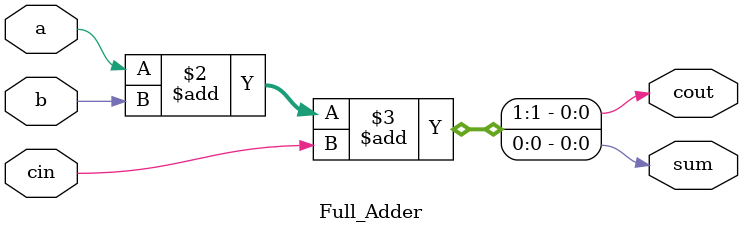
<source format=v>
`timescale 1ns / 1ps

module Half_Adder(
    input wire a, // 加数
    input wire b, // 加数
    output reg sum, // 和
    output reg cout // 进位输出
    );
// 行为描述
always @(a or b) begin
    sum  = a ^ b; // 实践证明，这里 <= 和 = 的结果都一样；都是纯粹的组合逻辑；
    cout = a & b;
end

// 数据流描述
// assign sum  = a ^ b;
// assign cout = a & b;

// 门级描述
// and(cout,a,b);
// xor(sum,a,b);
endmodule

module Full_Adder(
    input wire a, // 加数
    input wire b, // 加数
    input wire cin,// 进位输入
    output reg sum, // 和
    output reg cout // 进位输出
    );

// 行为描述
always @(a or b or cin) begin
    {cout,sum} <= a + b + cin;
end

// 行为描述
//    always @(a or b or cin) begin
//        sum  = a ^ b ^ cin; // 实践证明，这里 <= 和 = 的结果都一样；都是纯粹的组合逻辑；
//        cout = a & b | b & cin | a & cin;
//    end

// 数据流描述
// assign {cout, sum} = a + b + cin;
endmodule
</source>
